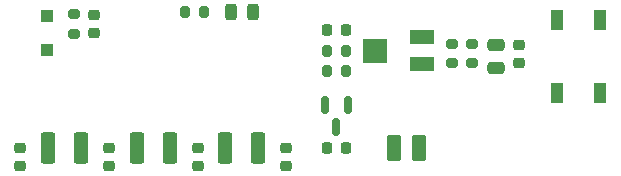
<source format=gbr>
%TF.GenerationSoftware,KiCad,Pcbnew,(6.0.1)*%
%TF.CreationDate,2022-10-10T15:56:49-07:00*%
%TF.ProjectId,WSPR40,57535052-3430-42e6-9b69-6361645f7063,rev?*%
%TF.SameCoordinates,Original*%
%TF.FileFunction,Paste,Top*%
%TF.FilePolarity,Positive*%
%FSLAX46Y46*%
G04 Gerber Fmt 4.6, Leading zero omitted, Abs format (unit mm)*
G04 Created by KiCad (PCBNEW (6.0.1)) date 2022-10-10 15:56:49*
%MOMM*%
%LPD*%
G01*
G04 APERTURE LIST*
G04 Aperture macros list*
%AMRoundRect*
0 Rectangle with rounded corners*
0 $1 Rounding radius*
0 $2 $3 $4 $5 $6 $7 $8 $9 X,Y pos of 4 corners*
0 Add a 4 corners polygon primitive as box body*
4,1,4,$2,$3,$4,$5,$6,$7,$8,$9,$2,$3,0*
0 Add four circle primitives for the rounded corners*
1,1,$1+$1,$2,$3*
1,1,$1+$1,$4,$5*
1,1,$1+$1,$6,$7*
1,1,$1+$1,$8,$9*
0 Add four rect primitives between the rounded corners*
20,1,$1+$1,$2,$3,$4,$5,0*
20,1,$1+$1,$4,$5,$6,$7,0*
20,1,$1+$1,$6,$7,$8,$9,0*
20,1,$1+$1,$8,$9,$2,$3,0*%
G04 Aperture macros list end*
%ADD10RoundRect,0.250000X0.375000X1.075000X-0.375000X1.075000X-0.375000X-1.075000X0.375000X-1.075000X0*%
%ADD11RoundRect,0.250000X0.375000X0.850000X-0.375000X0.850000X-0.375000X-0.850000X0.375000X-0.850000X0*%
%ADD12RoundRect,0.225000X0.250000X-0.225000X0.250000X0.225000X-0.250000X0.225000X-0.250000X-0.225000X0*%
%ADD13RoundRect,0.225000X-0.250000X0.225000X-0.250000X-0.225000X0.250000X-0.225000X0.250000X0.225000X0*%
%ADD14RoundRect,0.225000X0.225000X0.250000X-0.225000X0.250000X-0.225000X-0.250000X0.225000X-0.250000X0*%
%ADD15RoundRect,0.200000X0.275000X-0.200000X0.275000X0.200000X-0.275000X0.200000X-0.275000X-0.200000X0*%
%ADD16RoundRect,0.200000X-0.200000X-0.275000X0.200000X-0.275000X0.200000X0.275000X-0.200000X0.275000X0*%
%ADD17RoundRect,0.200000X-0.275000X0.200000X-0.275000X-0.200000X0.275000X-0.200000X0.275000X0.200000X0*%
%ADD18RoundRect,0.150000X-0.150000X0.587500X-0.150000X-0.587500X0.150000X-0.587500X0.150000X0.587500X0*%
%ADD19R,1.100000X1.100000*%
%ADD20R,2.000000X1.300000*%
%ADD21R,2.000000X2.000000*%
%ADD22RoundRect,0.243750X0.243750X0.456250X-0.243750X0.456250X-0.243750X-0.456250X0.243750X-0.456250X0*%
%ADD23RoundRect,0.200000X0.200000X0.275000X-0.200000X0.275000X-0.200000X-0.275000X0.200000X-0.275000X0*%
%ADD24RoundRect,0.250000X-0.475000X0.250000X-0.475000X-0.250000X0.475000X-0.250000X0.475000X0.250000X0*%
%ADD25R,1.100000X1.800000*%
G04 APERTURE END LIST*
D10*
%TO.C,L4*%
X63650000Y-69000000D03*
X60850000Y-69000000D03*
%TD*%
%TO.C,L3*%
X68350000Y-69000000D03*
X71150000Y-69000000D03*
%TD*%
%TO.C,L2*%
X78650000Y-69000000D03*
X75850000Y-69000000D03*
%TD*%
D11*
%TO.C,L1*%
X90100000Y-69000000D03*
X92250000Y-69000000D03*
%TD*%
D12*
%TO.C,C9*%
X64750000Y-59275000D03*
X64750000Y-57725000D03*
%TD*%
D13*
%TO.C,C6*%
X66000000Y-70550000D03*
X66000000Y-69000000D03*
%TD*%
%TO.C,C5*%
X73500000Y-70550000D03*
X73500000Y-69000000D03*
%TD*%
%TO.C,C4*%
X81000000Y-70550000D03*
X81000000Y-69000000D03*
%TD*%
D14*
%TO.C,C3*%
X84475000Y-69000000D03*
X86025000Y-69000000D03*
%TD*%
D15*
%TO.C,R2*%
X95000000Y-60175000D03*
X95000000Y-61825000D03*
%TD*%
D13*
%TO.C,C1*%
X100750000Y-61775000D03*
X100750000Y-60225000D03*
%TD*%
%TO.C,C7*%
X58500000Y-69000000D03*
X58500000Y-70550000D03*
%TD*%
D16*
%TO.C,R6*%
X86075000Y-62500000D03*
X84425000Y-62500000D03*
%TD*%
D17*
%TO.C,R1*%
X96750000Y-61825000D03*
X96750000Y-60175000D03*
%TD*%
D18*
%TO.C,Q1*%
X85250000Y-67187500D03*
X84300000Y-65312500D03*
X86200000Y-65312500D03*
%TD*%
D19*
%TO.C,D1*%
X60750000Y-60650000D03*
X60750000Y-57850000D03*
%TD*%
D14*
%TO.C,C8*%
X84475000Y-59000000D03*
X86025000Y-59000000D03*
%TD*%
D17*
%TO.C,R7*%
X63000000Y-57675000D03*
X63000000Y-59325000D03*
%TD*%
D20*
%TO.C,R3*%
X92500000Y-59600000D03*
D21*
X88500000Y-60750000D03*
D20*
X92500000Y-61900000D03*
%TD*%
D22*
%TO.C,LED1*%
X78187500Y-57500000D03*
X76312500Y-57500000D03*
%TD*%
D23*
%TO.C,R5*%
X84425000Y-60750000D03*
X86075000Y-60750000D03*
%TD*%
%TO.C,R4*%
X74075000Y-57500000D03*
X72425000Y-57500000D03*
%TD*%
D24*
%TO.C,C2*%
X98750000Y-62200000D03*
X98750000Y-60300000D03*
%TD*%
D25*
%TO.C,SW1*%
X107600000Y-64350000D03*
X107600000Y-58150000D03*
X103900000Y-58150000D03*
X103900000Y-64350000D03*
%TD*%
M02*

</source>
